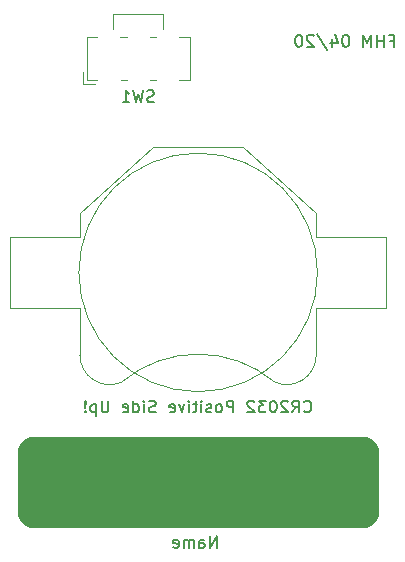
<source format=gbr>
G04 #@! TF.GenerationSoftware,KiCad,Pcbnew,(5.1.5)-3*
G04 #@! TF.CreationDate,2020-04-16T18:29:46-07:00*
G04 #@! TF.ProjectId,E_Grrrl,455f4772-7272-46c2-9e6b-696361645f70,Version A2*
G04 #@! TF.SameCoordinates,Original*
G04 #@! TF.FileFunction,Legend,Bot*
G04 #@! TF.FilePolarity,Positive*
%FSLAX46Y46*%
G04 Gerber Fmt 4.6, Leading zero omitted, Abs format (unit mm)*
G04 Created by KiCad (PCBNEW (5.1.5)-3) date 2020-04-16 18:29:46*
%MOMM*%
%LPD*%
G04 APERTURE LIST*
%ADD10C,0.152400*%
%ADD11C,0.100000*%
%ADD12C,0.120000*%
%ADD13C,0.150000*%
G04 APERTURE END LIST*
D10*
X141744095Y-72063428D02*
X142082761Y-72063428D01*
X142082761Y-72595619D02*
X142082761Y-71579619D01*
X141598952Y-71579619D01*
X141211904Y-72595619D02*
X141211904Y-71579619D01*
X141211904Y-72063428D02*
X140631333Y-72063428D01*
X140631333Y-72595619D02*
X140631333Y-71579619D01*
X140147523Y-72595619D02*
X140147523Y-71579619D01*
X139808857Y-72305333D01*
X139470190Y-71579619D01*
X139470190Y-72595619D01*
X138018761Y-71579619D02*
X137922000Y-71579619D01*
X137825238Y-71628000D01*
X137776857Y-71676380D01*
X137728476Y-71773142D01*
X137680095Y-71966666D01*
X137680095Y-72208571D01*
X137728476Y-72402095D01*
X137776857Y-72498857D01*
X137825238Y-72547238D01*
X137922000Y-72595619D01*
X138018761Y-72595619D01*
X138115523Y-72547238D01*
X138163904Y-72498857D01*
X138212285Y-72402095D01*
X138260666Y-72208571D01*
X138260666Y-71966666D01*
X138212285Y-71773142D01*
X138163904Y-71676380D01*
X138115523Y-71628000D01*
X138018761Y-71579619D01*
X136809238Y-71918285D02*
X136809238Y-72595619D01*
X137051142Y-71531238D02*
X137293047Y-72256952D01*
X136664095Y-72256952D01*
X135551333Y-71531238D02*
X136422190Y-72837523D01*
X135261047Y-71676380D02*
X135212666Y-71628000D01*
X135115904Y-71579619D01*
X134874000Y-71579619D01*
X134777238Y-71628000D01*
X134728857Y-71676380D01*
X134680476Y-71773142D01*
X134680476Y-71869904D01*
X134728857Y-72015047D01*
X135309428Y-72595619D01*
X134680476Y-72595619D01*
X134051523Y-71579619D02*
X133954761Y-71579619D01*
X133858000Y-71628000D01*
X133809619Y-71676380D01*
X133761238Y-71773142D01*
X133712857Y-71966666D01*
X133712857Y-72208571D01*
X133761238Y-72402095D01*
X133809619Y-72498857D01*
X133858000Y-72547238D01*
X133954761Y-72595619D01*
X134051523Y-72595619D01*
X134148285Y-72547238D01*
X134196666Y-72498857D01*
X134245047Y-72402095D01*
X134293428Y-72208571D01*
X134293428Y-71966666D01*
X134245047Y-71773142D01*
X134196666Y-71676380D01*
X134148285Y-71628000D01*
X134051523Y-71579619D01*
D11*
G36*
X114046000Y-113284000D02*
G01*
X111506000Y-113284000D01*
X111506000Y-105664000D01*
X114046000Y-105664000D01*
X114046000Y-113284000D01*
G37*
X114046000Y-113284000D02*
X111506000Y-113284000D01*
X111506000Y-105664000D01*
X114046000Y-105664000D01*
X114046000Y-113284000D01*
G36*
X139446000Y-113284000D02*
G01*
X139700000Y-113284000D01*
X140208000Y-113030000D01*
X140462000Y-112776000D01*
X140716000Y-112268000D01*
X140716000Y-106680000D01*
X140462000Y-106172000D01*
X140208000Y-105918000D01*
X139700000Y-105664000D01*
X139446000Y-105664000D01*
X139446000Y-113284000D01*
G37*
X139446000Y-113284000D02*
X139700000Y-113284000D01*
X140208000Y-113030000D01*
X140462000Y-112776000D01*
X140716000Y-112268000D01*
X140716000Y-106680000D01*
X140462000Y-106172000D01*
X140208000Y-105918000D01*
X139700000Y-105664000D01*
X139446000Y-105664000D01*
X139446000Y-113284000D01*
G36*
X110490000Y-112776000D02*
G01*
X110236000Y-112268000D01*
X110236000Y-106934000D01*
X110236000Y-106680000D01*
X110490000Y-106172000D01*
X110744000Y-105918000D01*
X111252000Y-105664000D01*
X111506000Y-105664000D01*
X111506000Y-113284000D01*
X111252000Y-113284000D01*
X110744000Y-113030000D01*
X110490000Y-112776000D01*
G37*
X110490000Y-112776000D02*
X110236000Y-112268000D01*
X110236000Y-106934000D01*
X110236000Y-106680000D01*
X110490000Y-106172000D01*
X110744000Y-105918000D01*
X111252000Y-105664000D01*
X111506000Y-105664000D01*
X111506000Y-113284000D01*
X111252000Y-113284000D01*
X110744000Y-113030000D01*
X110490000Y-112776000D01*
G36*
X114046000Y-113284000D02*
G01*
X139446000Y-113284000D01*
X139446000Y-105664000D01*
X114046000Y-105664000D01*
X114046000Y-113284000D01*
G37*
X114046000Y-113284000D02*
X139446000Y-113284000D01*
X139446000Y-105664000D01*
X114046000Y-105664000D01*
X114046000Y-113284000D01*
D12*
X115476000Y-97694000D02*
X115476000Y-98794000D01*
X135476000Y-97694000D02*
X135476000Y-98694000D01*
X131957258Y-100978217D02*
G75*
G03X118976000Y-100994000I-6481258J-7715783D01*
G01*
X131979185Y-100986675D02*
G75*
G03X135476000Y-98694000I996815J2292675D01*
G01*
X115468014Y-98693999D02*
G75*
G03X118975999Y-100993999I2507986J-1D01*
G01*
X135476000Y-94694000D02*
X135476000Y-97694000D01*
X135576000Y-94694000D02*
X135476000Y-94694000D01*
X115476000Y-94694000D02*
X115476000Y-97694000D01*
X109576000Y-94694000D02*
X115476000Y-94694000D01*
X109576000Y-88694000D02*
X109576000Y-94694000D01*
X115476000Y-88694000D02*
X109576000Y-88694000D01*
X115476000Y-88594000D02*
X115476000Y-88694000D01*
X141376000Y-94694000D02*
X135576000Y-94694000D01*
X141376000Y-88694000D02*
X141376000Y-94694000D01*
X135476000Y-88694000D02*
X141376000Y-88694000D01*
X135476000Y-86694000D02*
X135476000Y-88694000D01*
X115476000Y-86694000D02*
X115476000Y-88694000D01*
X129276000Y-81094000D02*
X135476000Y-86694000D01*
X121676000Y-81094000D02*
X115476000Y-86694000D01*
X121676000Y-81094000D02*
X129276000Y-81094000D01*
X135576495Y-91694000D02*
G75*
G03X135576495Y-91694000I-10100495J0D01*
G01*
X116056800Y-75434000D02*
X116906800Y-75434000D01*
X118906800Y-75434000D02*
X119436800Y-75434000D01*
X121376800Y-75434000D02*
X121936800Y-75434000D01*
X123876800Y-75434000D02*
X124756800Y-75434000D01*
X124756800Y-75434000D02*
X124756800Y-71734000D01*
X124756800Y-71734000D02*
X123886800Y-71734000D01*
X121926800Y-71734000D02*
X121376800Y-71734000D01*
X119436800Y-71734000D02*
X118876800Y-71734000D01*
X116936800Y-71734000D02*
X116056800Y-71734000D01*
X116056800Y-71734000D02*
X116056800Y-75434000D01*
X115756800Y-74734000D02*
X115756800Y-75734000D01*
X115756800Y-75734000D02*
X116756800Y-75734000D01*
X118306800Y-71084000D02*
X118306800Y-69784000D01*
X118306800Y-69784000D02*
X122506800Y-69784000D01*
X122506800Y-69784000D02*
X122506800Y-71084000D01*
D13*
X127055333Y-115006380D02*
X127055333Y-114006380D01*
X126483904Y-115006380D01*
X126483904Y-114006380D01*
X125579142Y-115006380D02*
X125579142Y-114482571D01*
X125626761Y-114387333D01*
X125722000Y-114339714D01*
X125912476Y-114339714D01*
X126007714Y-114387333D01*
X125579142Y-114958761D02*
X125674380Y-115006380D01*
X125912476Y-115006380D01*
X126007714Y-114958761D01*
X126055333Y-114863523D01*
X126055333Y-114768285D01*
X126007714Y-114673047D01*
X125912476Y-114625428D01*
X125674380Y-114625428D01*
X125579142Y-114577809D01*
X125102952Y-115006380D02*
X125102952Y-114339714D01*
X125102952Y-114434952D02*
X125055333Y-114387333D01*
X124960095Y-114339714D01*
X124817238Y-114339714D01*
X124722000Y-114387333D01*
X124674380Y-114482571D01*
X124674380Y-115006380D01*
X124674380Y-114482571D02*
X124626761Y-114387333D01*
X124531523Y-114339714D01*
X124388666Y-114339714D01*
X124293428Y-114387333D01*
X124245809Y-114482571D01*
X124245809Y-115006380D01*
X123388666Y-114958761D02*
X123483904Y-115006380D01*
X123674380Y-115006380D01*
X123769619Y-114958761D01*
X123817238Y-114863523D01*
X123817238Y-114482571D01*
X123769619Y-114387333D01*
X123674380Y-114339714D01*
X123483904Y-114339714D01*
X123388666Y-114387333D01*
X123341047Y-114482571D01*
X123341047Y-114577809D01*
X123817238Y-114673047D01*
X134452190Y-103451142D02*
X134499809Y-103498761D01*
X134642666Y-103546380D01*
X134737904Y-103546380D01*
X134880761Y-103498761D01*
X134976000Y-103403523D01*
X135023619Y-103308285D01*
X135071238Y-103117809D01*
X135071238Y-102974952D01*
X135023619Y-102784476D01*
X134976000Y-102689238D01*
X134880761Y-102594000D01*
X134737904Y-102546380D01*
X134642666Y-102546380D01*
X134499809Y-102594000D01*
X134452190Y-102641619D01*
X133452190Y-103546380D02*
X133785523Y-103070190D01*
X134023619Y-103546380D02*
X134023619Y-102546380D01*
X133642666Y-102546380D01*
X133547428Y-102594000D01*
X133499809Y-102641619D01*
X133452190Y-102736857D01*
X133452190Y-102879714D01*
X133499809Y-102974952D01*
X133547428Y-103022571D01*
X133642666Y-103070190D01*
X134023619Y-103070190D01*
X133071238Y-102641619D02*
X133023619Y-102594000D01*
X132928380Y-102546380D01*
X132690285Y-102546380D01*
X132595047Y-102594000D01*
X132547428Y-102641619D01*
X132499809Y-102736857D01*
X132499809Y-102832095D01*
X132547428Y-102974952D01*
X133118857Y-103546380D01*
X132499809Y-103546380D01*
X131880761Y-102546380D02*
X131785523Y-102546380D01*
X131690285Y-102594000D01*
X131642666Y-102641619D01*
X131595047Y-102736857D01*
X131547428Y-102927333D01*
X131547428Y-103165428D01*
X131595047Y-103355904D01*
X131642666Y-103451142D01*
X131690285Y-103498761D01*
X131785523Y-103546380D01*
X131880761Y-103546380D01*
X131976000Y-103498761D01*
X132023619Y-103451142D01*
X132071238Y-103355904D01*
X132118857Y-103165428D01*
X132118857Y-102927333D01*
X132071238Y-102736857D01*
X132023619Y-102641619D01*
X131976000Y-102594000D01*
X131880761Y-102546380D01*
X131214095Y-102546380D02*
X130595047Y-102546380D01*
X130928380Y-102927333D01*
X130785523Y-102927333D01*
X130690285Y-102974952D01*
X130642666Y-103022571D01*
X130595047Y-103117809D01*
X130595047Y-103355904D01*
X130642666Y-103451142D01*
X130690285Y-103498761D01*
X130785523Y-103546380D01*
X131071238Y-103546380D01*
X131166476Y-103498761D01*
X131214095Y-103451142D01*
X130214095Y-102641619D02*
X130166476Y-102594000D01*
X130071238Y-102546380D01*
X129833142Y-102546380D01*
X129737904Y-102594000D01*
X129690285Y-102641619D01*
X129642666Y-102736857D01*
X129642666Y-102832095D01*
X129690285Y-102974952D01*
X130261714Y-103546380D01*
X129642666Y-103546380D01*
X128452190Y-103546380D02*
X128452190Y-102546380D01*
X128071238Y-102546380D01*
X127976000Y-102594000D01*
X127928380Y-102641619D01*
X127880761Y-102736857D01*
X127880761Y-102879714D01*
X127928380Y-102974952D01*
X127976000Y-103022571D01*
X128071238Y-103070190D01*
X128452190Y-103070190D01*
X127309333Y-103546380D02*
X127404571Y-103498761D01*
X127452190Y-103451142D01*
X127499809Y-103355904D01*
X127499809Y-103070190D01*
X127452190Y-102974952D01*
X127404571Y-102927333D01*
X127309333Y-102879714D01*
X127166476Y-102879714D01*
X127071238Y-102927333D01*
X127023619Y-102974952D01*
X126976000Y-103070190D01*
X126976000Y-103355904D01*
X127023619Y-103451142D01*
X127071238Y-103498761D01*
X127166476Y-103546380D01*
X127309333Y-103546380D01*
X126595047Y-103498761D02*
X126499809Y-103546380D01*
X126309333Y-103546380D01*
X126214095Y-103498761D01*
X126166476Y-103403523D01*
X126166476Y-103355904D01*
X126214095Y-103260666D01*
X126309333Y-103213047D01*
X126452190Y-103213047D01*
X126547428Y-103165428D01*
X126595047Y-103070190D01*
X126595047Y-103022571D01*
X126547428Y-102927333D01*
X126452190Y-102879714D01*
X126309333Y-102879714D01*
X126214095Y-102927333D01*
X125737904Y-103546380D02*
X125737904Y-102879714D01*
X125737904Y-102546380D02*
X125785523Y-102594000D01*
X125737904Y-102641619D01*
X125690285Y-102594000D01*
X125737904Y-102546380D01*
X125737904Y-102641619D01*
X125404571Y-102879714D02*
X125023619Y-102879714D01*
X125261714Y-102546380D02*
X125261714Y-103403523D01*
X125214095Y-103498761D01*
X125118857Y-103546380D01*
X125023619Y-103546380D01*
X124690285Y-103546380D02*
X124690285Y-102879714D01*
X124690285Y-102546380D02*
X124737904Y-102594000D01*
X124690285Y-102641619D01*
X124642666Y-102594000D01*
X124690285Y-102546380D01*
X124690285Y-102641619D01*
X124309333Y-102879714D02*
X124071238Y-103546380D01*
X123833142Y-102879714D01*
X123071238Y-103498761D02*
X123166476Y-103546380D01*
X123356952Y-103546380D01*
X123452190Y-103498761D01*
X123499809Y-103403523D01*
X123499809Y-103022571D01*
X123452190Y-102927333D01*
X123356952Y-102879714D01*
X123166476Y-102879714D01*
X123071238Y-102927333D01*
X123023619Y-103022571D01*
X123023619Y-103117809D01*
X123499809Y-103213047D01*
X121880761Y-103498761D02*
X121737904Y-103546380D01*
X121499809Y-103546380D01*
X121404571Y-103498761D01*
X121356952Y-103451142D01*
X121309333Y-103355904D01*
X121309333Y-103260666D01*
X121356952Y-103165428D01*
X121404571Y-103117809D01*
X121499809Y-103070190D01*
X121690285Y-103022571D01*
X121785523Y-102974952D01*
X121833142Y-102927333D01*
X121880761Y-102832095D01*
X121880761Y-102736857D01*
X121833142Y-102641619D01*
X121785523Y-102594000D01*
X121690285Y-102546380D01*
X121452190Y-102546380D01*
X121309333Y-102594000D01*
X120880761Y-103546380D02*
X120880761Y-102879714D01*
X120880761Y-102546380D02*
X120928380Y-102594000D01*
X120880761Y-102641619D01*
X120833142Y-102594000D01*
X120880761Y-102546380D01*
X120880761Y-102641619D01*
X119976000Y-103546380D02*
X119976000Y-102546380D01*
X119976000Y-103498761D02*
X120071238Y-103546380D01*
X120261714Y-103546380D01*
X120356952Y-103498761D01*
X120404571Y-103451142D01*
X120452190Y-103355904D01*
X120452190Y-103070190D01*
X120404571Y-102974952D01*
X120356952Y-102927333D01*
X120261714Y-102879714D01*
X120071238Y-102879714D01*
X119976000Y-102927333D01*
X119118857Y-103498761D02*
X119214095Y-103546380D01*
X119404571Y-103546380D01*
X119499809Y-103498761D01*
X119547428Y-103403523D01*
X119547428Y-103022571D01*
X119499809Y-102927333D01*
X119404571Y-102879714D01*
X119214095Y-102879714D01*
X119118857Y-102927333D01*
X119071238Y-103022571D01*
X119071238Y-103117809D01*
X119547428Y-103213047D01*
X117880761Y-102546380D02*
X117880761Y-103355904D01*
X117833142Y-103451142D01*
X117785523Y-103498761D01*
X117690285Y-103546380D01*
X117499809Y-103546380D01*
X117404571Y-103498761D01*
X117356952Y-103451142D01*
X117309333Y-103355904D01*
X117309333Y-102546380D01*
X116833142Y-102879714D02*
X116833142Y-103879714D01*
X116833142Y-102927333D02*
X116737904Y-102879714D01*
X116547428Y-102879714D01*
X116452190Y-102927333D01*
X116404571Y-102974952D01*
X116356952Y-103070190D01*
X116356952Y-103355904D01*
X116404571Y-103451142D01*
X116452190Y-103498761D01*
X116547428Y-103546380D01*
X116737904Y-103546380D01*
X116833142Y-103498761D01*
X115928380Y-103451142D02*
X115880761Y-103498761D01*
X115928380Y-103546380D01*
X115976000Y-103498761D01*
X115928380Y-103451142D01*
X115928380Y-103546380D01*
X115928380Y-103165428D02*
X115976000Y-102594000D01*
X115928380Y-102546380D01*
X115880761Y-102594000D01*
X115928380Y-103165428D01*
X115928380Y-102546380D01*
X121740133Y-77238761D02*
X121597276Y-77286380D01*
X121359180Y-77286380D01*
X121263942Y-77238761D01*
X121216323Y-77191142D01*
X121168704Y-77095904D01*
X121168704Y-77000666D01*
X121216323Y-76905428D01*
X121263942Y-76857809D01*
X121359180Y-76810190D01*
X121549657Y-76762571D01*
X121644895Y-76714952D01*
X121692514Y-76667333D01*
X121740133Y-76572095D01*
X121740133Y-76476857D01*
X121692514Y-76381619D01*
X121644895Y-76334000D01*
X121549657Y-76286380D01*
X121311561Y-76286380D01*
X121168704Y-76334000D01*
X120835371Y-76286380D02*
X120597276Y-77286380D01*
X120406800Y-76572095D01*
X120216323Y-77286380D01*
X119978228Y-76286380D01*
X119073466Y-77286380D02*
X119644895Y-77286380D01*
X119359180Y-77286380D02*
X119359180Y-76286380D01*
X119454419Y-76429238D01*
X119549657Y-76524476D01*
X119644895Y-76572095D01*
M02*

</source>
